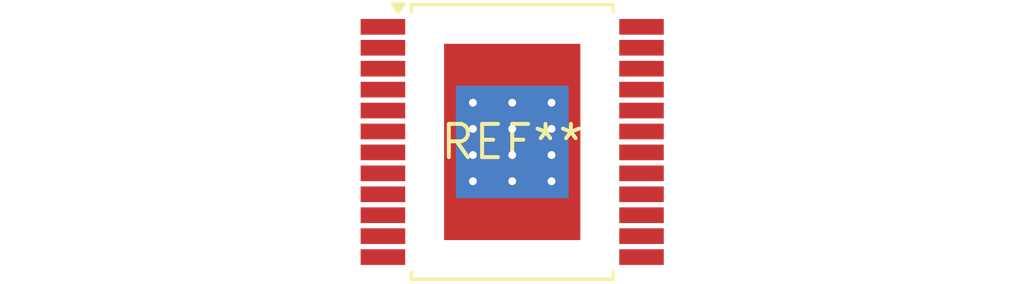
<source format=kicad_pcb>
(kicad_pcb (version 20240108) (generator pcbnew)
  (layers (0 "F.Cu" signal) (31 "B.Cu" signal) (34 "B.Paste" user) (35 "F.Paste" user) (36 "B.SilkS" user "B.Silkscreen") (37 "F.SilkS" user "F.Silkscreen") (38 "B.Mask" user) (39 "F.Mask" user) (44 "Edge.Cuts" user))
  (net 0 "")
  (footprint "ST_PowerSSO-24_SlugDown_ThermalVias" (layer "F.Cu") (at 0 0)
    (property "Reference" "REF**")
    (property "Value" "ST_PowerSSO-24_SlugDown_ThermalVias")
    (fp_line (start -3.85 -5.25) (end -3.85 -4.95) (layer "F.SilkS") (stroke (width 0.12)))
    (fp_line (start -3.85 5.25) (end -3.85 4.95) (layer "F.SilkS") (stroke (width 0.12)))
    (fp_line (start 3.85 -5.25) (end -3.85 -5.25) (layer "F.SilkS") (stroke (width 0.12)))
    (fp_line (start 3.85 -5.25) (end 3.85 -4.95) (layer "F.SilkS") (stroke (width 0.12)))
    (fp_line (start 3.85 5.25) (end -3.85 5.25) (layer "F.SilkS") (stroke (width 0.12)))
    (fp_line (start 3.85 5.25) (end 3.85 4.95) (layer "F.SilkS") (stroke (width 0.12)))
    (fp_poly (pts (xy -4.35 -4.95) (xy -4.59 -5.28) (xy -4.11 -5.28) (xy -4.35 -4.95)) (layer "F.SilkS") (stroke (width 0.12)) (fill solid))
    (pad "1" smd rect (at -4.9325 -4.4) (size 1.7 0.6) (layers "F.Cu" "F.Paste" "F.Mask"))
    (pad "2" smd rect (at -4.9325 -3.6) (size 1.7 0.6) (layers "F.Cu" "F.Paste" "F.Mask"))
    (pad "3" smd rect (at -4.9325 -2.8) (size 1.7 0.6) (layers "F.Cu" "F.Paste" "F.Mask"))
    (pad "4" smd rect (at -4.9325 -2) (size 1.7 0.6) (layers "F.Cu" "F.Paste" "F.Mask"))
    (pad "5" smd rect (at -4.9325 -1.2) (size 1.7 0.6) (layers "F.Cu" "F.Paste" "F.Mask"))
    (pad "6" smd rect (at -4.9325 -0.4) (size 1.7 0.6) (layers "F.Cu" "F.Paste" "F.Mask"))
    (pad "7" smd rect (at -4.9325 0.4) (size 1.7 0.6) (layers "F.Cu" "F.Paste" "F.Mask"))
    (pad "8" smd rect (at -4.9325 1.2) (size 1.7 0.6) (layers "F.Cu" "F.Paste" "F.Mask"))
    (pad "9" smd rect (at -4.9325 2) (size 1.7 0.6) (layers "F.Cu" "F.Paste" "F.Mask"))
    (pad "10" smd rect (at -4.9325 2.8) (size 1.7 0.6) (layers "F.Cu" "F.Paste" "F.Mask"))
    (pad "11" smd rect (at -4.9325 3.6) (size 1.7 0.6) (layers "F.Cu" "F.Paste" "F.Mask"))
    (pad "12" smd rect (at -4.9325 4.4) (size 1.7 0.6) (layers "F.Cu" "F.Paste" "F.Mask"))
    (pad "13" smd rect (at 4.9325 4.4) (size 1.7 0.6) (layers "F.Cu" "F.Paste" "F.Mask"))
    (pad "14" smd rect (at 4.9325 3.6) (size 1.7 0.6) (layers "F.Cu" "F.Paste" "F.Mask"))
    (pad "15" smd rect (at 4.9325 2.8) (size 1.7 0.6) (layers "F.Cu" "F.Paste" "F.Mask"))
    (pad "16" smd rect (at 4.9325 2) (size 1.7 0.6) (layers "F.Cu" "F.Paste" "F.Mask"))
    (pad "17" smd rect (at 4.9325 1.2) (size 1.7 0.6) (layers "F.Cu" "F.Paste" "F.Mask"))
    (pad "18" smd rect (at 4.9325 0.4) (size 1.7 0.6) (layers "F.Cu" "F.Paste" "F.Mask"))
    (pad "19" smd rect (at 4.9325 -0.4) (size 1.7 0.6) (layers "F.Cu" "F.Paste" "F.Mask"))
    (pad "20" smd rect (at 4.9325 -1.2) (size 1.7 0.6) (layers "F.Cu" "F.Paste" "F.Mask"))
    (pad "21" smd rect (at 4.9325 -2) (size 1.7 0.6) (layers "F.Cu" "F.Paste" "F.Mask"))
    (pad "22" smd rect (at 4.9325 -2.8) (size 1.7 0.6) (layers "F.Cu" "F.Paste" "F.Mask"))
    (pad "23" smd rect (at 4.9325 -3.6) (size 1.7 0.6) (layers "F.Cu" "F.Paste" "F.Mask"))
    (pad "24" smd rect (at 4.9325 -4.4) (size 1.7 0.6) (layers "F.Cu" "F.Paste" "F.Mask"))
    (pad "25" thru_hole circle (at -1.5 -1.5) (size 0.7 0.7) (drill 0.3) (layers *.Cu) (remove_unused_layers))
    (pad "25" thru_hole circle (at -1.5 -0.5) (size 0.7 0.7) (drill 0.3) (layers *.Cu) (remove_unused_layers))
    (pad "25" thru_hole circle (at -1.5 0.5) (size 0.7 0.7) (drill 0.3) (layers *.Cu) (remove_unused_layers))
    (pad "25" thru_hole circle (at -1.5 1.5) (size 0.7 0.7) (drill 0.3) (layers *.Cu) (remove_unused_layers))
    (pad "25" thru_hole circle (at 0 -1.5) (size 0.7 0.7) (drill 0.3) (layers *.Cu) (remove_unused_layers))
    (pad "25" thru_hole circle (at 0 -0.5) (size 0.7 0.7) (drill 0.3) (layers *.Cu) (remove_unused_layers))
    (pad "25" smd rect (at 0 0) (size 4.3 4.3) (layers "B.Cu"))
    (pad "25" smd rect (at 0 0) (size 5.2 7.5) (layers "F.Cu" "F.Paste" "F.Mask"))
    (pad "25" thru_hole circle (at 0 0.5) (size 0.7 0.7) (drill 0.3) (layers *.Cu) (remove_unused_layers))
    (pad "25" thru_hole circle (at 0 1.5) (size 0.7 0.7) (drill 0.3) (layers *.Cu) (remove_unused_layers))
    (pad "25" thru_hole circle (at 1.5 -1.5) (size 0.7 0.7) (drill 0.3) (layers *.Cu) (remove_unused_layers))
    (pad "25" thru_hole circle (at 1.5 -0.5) (size 0.7 0.7) (drill 0.3) (layers *.Cu) (remove_unused_layers))
    (pad "25" thru_hole circle (at 1.5 0.5) (size 0.7 0.7) (drill 0.3) (layers *.Cu) (remove_unused_layers))
    (pad "25" thru_hole circle (at 1.5 1.5) (size 0.7 0.7) (drill 0.3) (layers *.Cu) (remove_unused_layers))
  )
)
</source>
